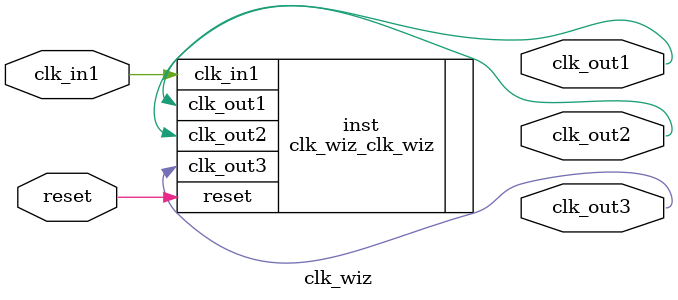
<source format=v>


`timescale 1ps/1ps

(* CORE_GENERATION_INFO = "clk_wiz,clk_wiz_v6_0_2_0_0,{component_name=clk_wiz,use_phase_alignment=true,use_min_o_jitter=false,use_max_i_jitter=false,use_dyn_phase_shift=false,use_inclk_switchover=false,use_dyn_reconfig=false,enable_axi=0,feedback_source=FDBK_AUTO,PRIMITIVE=MMCM,num_out_clk=3,clkin1_period=10.000,clkin2_period=10.000,use_power_down=false,use_reset=true,use_locked=false,use_inclk_stopped=false,feedback_type=SINGLE,CLOCK_MGR_TYPE=NA,manual_override=false}" *)

module clk_wiz 
 (
  // Clock out ports
  output        clk_out1,
  output        clk_out2,
  output        clk_out3,
  // Status and control signals
  input         reset,
 // Clock in ports
  input         clk_in1
 );

  clk_wiz_clk_wiz inst
  (
  // Clock out ports  
  .clk_out1(clk_out1),
  .clk_out2(clk_out2),
  .clk_out3(clk_out3),
  // Status and control signals               
  .reset(reset), 
 // Clock in ports
  .clk_in1(clk_in1)
  );

endmodule

</source>
